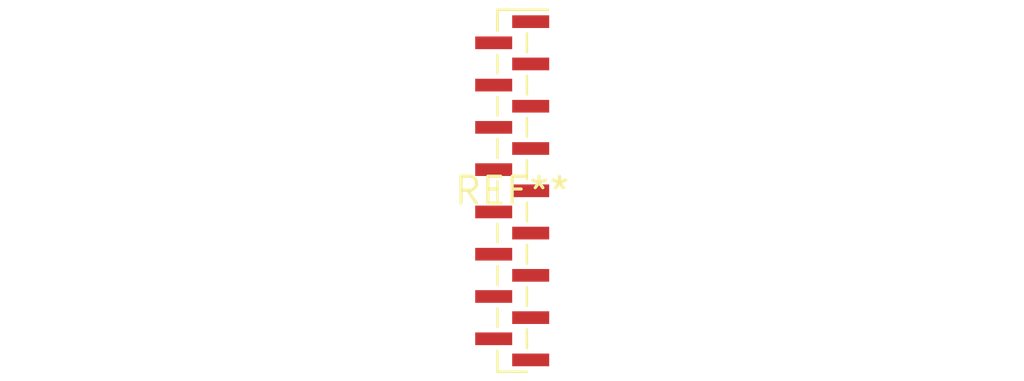
<source format=kicad_pcb>
(kicad_pcb (version 20240108) (generator pcbnew)
  (layers (0 "F.Cu" signal) (31 "B.Cu" signal) (34 "B.Paste" user) (35 "F.Paste" user) (36 "B.SilkS" user "B.Silkscreen") (37 "F.SilkS" user "F.Silkscreen") (38 "B.Mask" user) (39 "F.Mask" user) (44 "Edge.Cuts" user))
  (net 0 "")
  (footprint "PinHeader_1x17_P1.00mm_Vertical_SMD_Pin1Right" (layer "F.Cu") (at 0 0)
    (property "Reference" "REF**")
    (property "Value" "PinHeader_1x17_P1.00mm_Vertical_SMD_Pin1Right")
    (fp_line (start -0.695 -8.56) (end -0.695 -7.56) (layer "F.SilkS") (stroke (width 0.12)))
    (fp_line (start -0.695 -8.56) (end 0.695 -8.56) (layer "F.SilkS") (stroke (width 0.12)))
    (fp_line (start -0.695 -8.44) (end -0.695 -7.56) (layer "F.SilkS") (stroke (width 0.12)))
    (fp_line (start -0.695 -6.44) (end -0.695 -5.56) (layer "F.SilkS") (stroke (width 0.12)))
    (fp_line (start -0.695 -4.44) (end -0.695 -3.56) (layer "F.SilkS") (stroke (width 0.12)))
    (fp_line (start -0.695 -2.44) (end -0.695 -1.56) (layer "F.SilkS") (stroke (width 0.12)))
    (fp_line (start -0.695 -0.44) (end -0.695 0.44) (layer "F.SilkS") (stroke (width 0.12)))
    (fp_line (start -0.695 1.56) (end -0.695 2.44) (layer "F.SilkS") (stroke (width 0.12)))
    (fp_line (start -0.695 3.56) (end -0.695 4.44) (layer "F.SilkS") (stroke (width 0.12)))
    (fp_line (start -0.695 5.56) (end -0.695 6.44) (layer "F.SilkS") (stroke (width 0.12)))
    (fp_line (start -0.695 7.56) (end -0.695 8.56) (layer "F.SilkS") (stroke (width 0.12)))
    (fp_line (start -0.695 8.56) (end -0.695 8.56) (layer "F.SilkS") (stroke (width 0.12)))
    (fp_line (start -0.695 8.56) (end 0.695 8.56) (layer "F.SilkS") (stroke (width 0.12)))
    (fp_line (start 0.695 -8.56) (end 0.695 -8.56) (layer "F.SilkS") (stroke (width 0.12)))
    (fp_line (start 0.695 -8.56) (end 1.69 -8.56) (layer "F.SilkS") (stroke (width 0.12)))
    (fp_line (start 0.695 -7.44) (end 0.695 -6.56) (layer "F.SilkS") (stroke (width 0.12)))
    (fp_line (start 0.695 -5.44) (end 0.695 -4.56) (layer "F.SilkS") (stroke (width 0.12)))
    (fp_line (start 0.695 -3.44) (end 0.695 -2.56) (layer "F.SilkS") (stroke (width 0.12)))
    (fp_line (start 0.695 -1.44) (end 0.695 -0.56) (layer "F.SilkS") (stroke (width 0.12)))
    (fp_line (start 0.695 0.56) (end 0.695 1.44) (layer "F.SilkS") (stroke (width 0.12)))
    (fp_line (start 0.695 2.56) (end 0.695 3.44) (layer "F.SilkS") (stroke (width 0.12)))
    (fp_line (start 0.695 4.56) (end 0.695 5.44) (layer "F.SilkS") (stroke (width 0.12)))
    (fp_line (start 0.695 6.56) (end 0.695 7.44) (layer "F.SilkS") (stroke (width 0.12)))
    (pad "1" smd rect (at 0.875 -8) (size 1.75 0.6) (layers "F.Cu" "F.Paste" "F.Mask"))
    (pad "2" smd rect (at -0.875 -7) (size 1.75 0.6) (layers "F.Cu" "F.Paste" "F.Mask"))
    (pad "3" smd rect (at 0.875 -6) (size 1.75 0.6) (layers "F.Cu" "F.Paste" "F.Mask"))
    (pad "4" smd rect (at -0.875 -5) (size 1.75 0.6) (layers "F.Cu" "F.Paste" "F.Mask"))
    (pad "5" smd rect (at 0.875 -4) (size 1.75 0.6) (layers "F.Cu" "F.Paste" "F.Mask"))
    (pad "6" smd rect (at -0.875 -3) (size 1.75 0.6) (layers "F.Cu" "F.Paste" "F.Mask"))
    (pad "7" smd rect (at 0.875 -2) (size 1.75 0.6) (layers "F.Cu" "F.Paste" "F.Mask"))
    (pad "8" smd rect (at -0.875 -1) (size 1.75 0.6) (layers "F.Cu" "F.Paste" "F.Mask"))
    (pad "9" smd rect (at 0.875 0) (size 1.75 0.6) (layers "F.Cu" "F.Paste" "F.Mask"))
    (pad "10" smd rect (at -0.875 1) (size 1.75 0.6) (layers "F.Cu" "F.Paste" "F.Mask"))
    (pad "11" smd rect (at 0.875 2) (size 1.75 0.6) (layers "F.Cu" "F.Paste" "F.Mask"))
    (pad "12" smd rect (at -0.875 3) (size 1.75 0.6) (layers "F.Cu" "F.Paste" "F.Mask"))
    (pad "13" smd rect (at 0.875 4) (size 1.75 0.6) (layers "F.Cu" "F.Paste" "F.Mask"))
    (pad "14" smd rect (at -0.875 5) (size 1.75 0.6) (layers "F.Cu" "F.Paste" "F.Mask"))
    (pad "15" smd rect (at 0.875 6) (size 1.75 0.6) (layers "F.Cu" "F.Paste" "F.Mask"))
    (pad "16" smd rect (at -0.875 7) (size 1.75 0.6) (layers "F.Cu" "F.Paste" "F.Mask"))
    (pad "17" smd rect (at 0.875 8) (size 1.75 0.6) (layers "F.Cu" "F.Paste" "F.Mask"))
  )
)
</source>
